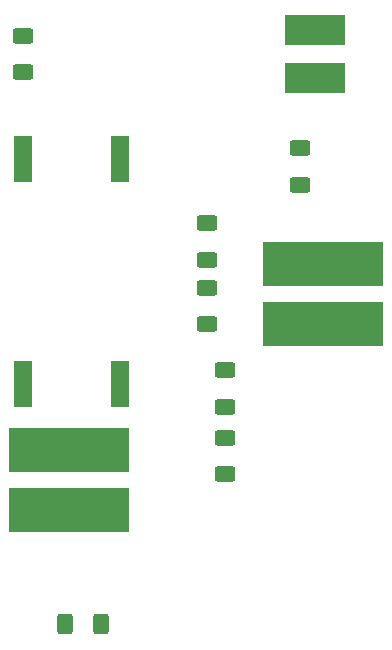
<source format=gbr>
%TF.GenerationSoftware,KiCad,Pcbnew,(6.0.6-0)*%
%TF.CreationDate,2025-06-29T09:16:52+02:00*%
%TF.ProjectId,meteo,6d657465-6f2e-46b6-9963-61645f706362,rev?*%
%TF.SameCoordinates,Original*%
%TF.FileFunction,Paste,Top*%
%TF.FilePolarity,Positive*%
%FSLAX46Y46*%
G04 Gerber Fmt 4.6, Leading zero omitted, Abs format (unit mm)*
G04 Created by KiCad (PCBNEW (6.0.6-0)) date 2025-06-29 09:16:52*
%MOMM*%
%LPD*%
G01*
G04 APERTURE LIST*
G04 Aperture macros list*
%AMRoundRect*
0 Rectangle with rounded corners*
0 $1 Rounding radius*
0 $2 $3 $4 $5 $6 $7 $8 $9 X,Y pos of 4 corners*
0 Add a 4 corners polygon primitive as box body*
4,1,4,$2,$3,$4,$5,$6,$7,$8,$9,$2,$3,0*
0 Add four circle primitives for the rounded corners*
1,1,$1+$1,$2,$3*
1,1,$1+$1,$4,$5*
1,1,$1+$1,$6,$7*
1,1,$1+$1,$8,$9*
0 Add four rect primitives between the rounded corners*
20,1,$1+$1,$2,$3,$4,$5,0*
20,1,$1+$1,$4,$5,$6,$7,0*
20,1,$1+$1,$6,$7,$8,$9,0*
20,1,$1+$1,$8,$9,$2,$3,0*%
G04 Aperture macros list end*
%ADD10RoundRect,0.250000X0.400000X0.625000X-0.400000X0.625000X-0.400000X-0.625000X0.400000X-0.625000X0*%
%ADD11RoundRect,0.250000X-0.625000X0.400000X-0.625000X-0.400000X0.625000X-0.400000X0.625000X0.400000X0*%
%ADD12RoundRect,0.250000X0.625000X-0.400000X0.625000X0.400000X-0.625000X0.400000X-0.625000X-0.400000X0*%
%ADD13R,10.160000X3.810000*%
%ADD14R,1.500000X4.000000*%
%ADD15R,5.080000X2.540000*%
G04 APERTURE END LIST*
D10*
%TO.C,R7*%
X205385000Y-88900000D03*
X202285000Y-88900000D03*
%TD*%
D11*
%TO.C,R6*%
X222250000Y-48615000D03*
X222250000Y-51715000D03*
%TD*%
D12*
%TO.C,R1*%
X215900000Y-76226000D03*
X215900000Y-73126000D03*
%TD*%
D13*
%TO.C,J3*%
X202692000Y-74168000D03*
X202692000Y-79248000D03*
%TD*%
D11*
%TO.C,R3*%
X214376000Y-54939000D03*
X214376000Y-58039000D03*
%TD*%
D13*
%TO.C,J4*%
X224155000Y-58420000D03*
X224155000Y-63500000D03*
%TD*%
D12*
%TO.C,R2*%
X215900000Y-70511000D03*
X215900000Y-67411000D03*
%TD*%
D14*
%TO.C,J1*%
X207010000Y-68580000D03*
X198755000Y-68580000D03*
X207010000Y-49530000D03*
X198755000Y-49530000D03*
%TD*%
D15*
%TO.C,J5*%
X223520000Y-42672000D03*
X223520000Y-38608000D03*
%TD*%
D12*
%TO.C,R5*%
X198755000Y-42190000D03*
X198755000Y-39090000D03*
%TD*%
D11*
%TO.C,R4*%
X214376000Y-60400000D03*
X214376000Y-63500000D03*
%TD*%
M02*

</source>
